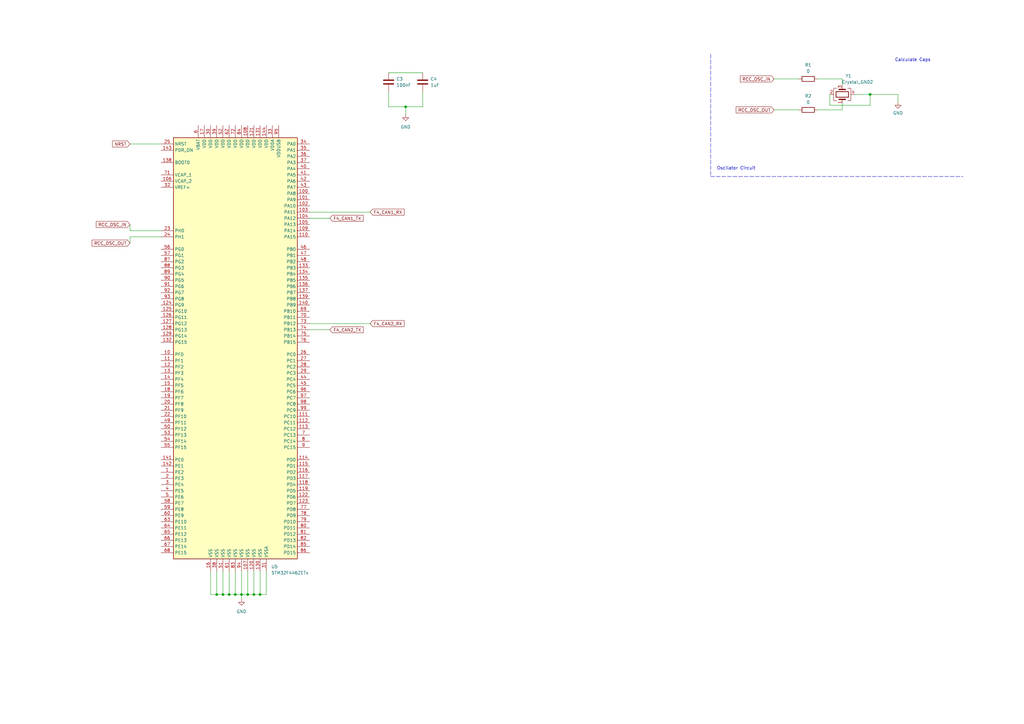
<source format=kicad_sch>
(kicad_sch (version 20211123) (generator eeschema)
  (paper "A3")
  (lib_symbols
    (symbol "Device:C" (pin_numbers hide) (pin_names (offset 0.254))
      (property "Reference" "C" (at 0.635 2.54 0))
      (property "Value" "C" (at 0.635 -2.54 0))
      (symbol "C_0_1"
        (polyline (pts (xy -2.032 -0.762) (xy 2.032 -0.762)) (stroke (width 0.508)))
        (polyline (pts (xy -2.032 0.762) (xy 2.032 0.762)) (stroke (width 0.508)))
      )
      (symbol "C_1_1"
        (pin passive line (at 0 3.81 270) (length 2.794) (name "~") (number "1"))
        (pin passive line (at 0 -3.81 90) (length 2.794) (name "~") (number "2"))
      )
    )
    (symbol "Device:Crystal_GND24" (pin_names (offset 1.016) hide)
      (property "Reference" "Y" (at 3.175 5.08 0))
      (property "Value" "Crystal_GND24" (at 3.175 3.175 0))
      (symbol "Crystal_GND24_0_1"
        (rectangle (start -1.143 2.54) (end 1.143 -2.54) (stroke (width 0.3048)))
        (polyline (pts (xy -2.54 0) (xy -2.032 0)))
        (polyline (pts (xy -2.032 -1.27) (xy -2.032 1.27)) (stroke (width 0.508)))
        (polyline (pts (xy 0 -3.81) (xy 0 -3.556)))
        (polyline (pts (xy 0 3.556) (xy 0 3.81)))
        (polyline (pts (xy 2.032 -1.27) (xy 2.032 1.27)) (stroke (width 0.508)))
        (polyline (pts (xy 2.032 0) (xy 2.54 0)))
        (polyline (pts (xy -2.54 -2.286) (xy -2.54 -3.556) (xy 2.54 -3.556) (xy 2.54 -2.286)))
        (polyline (pts (xy -2.54 2.286) (xy -2.54 3.556) (xy 2.54 3.556) (xy 2.54 2.286)))
      )
      (symbol "Crystal_GND24_1_1"
        (pin passive line (at -3.81 0 0) (length 1.27) (name "1") (number "1"))
        (pin passive line (at 0 5.08 270) (length 1.27) (name "2") (number "2"))
        (pin passive line (at 3.81 0 180) (length 1.27) (name "3") (number "3"))
        (pin passive line (at 0 -5.08 90) (length 1.27) (name "4") (number "4"))
      )
    )
    (symbol "Device:R" (pin_numbers hide) (pin_names (offset 0))
      (property "Reference" "R" (at 2.032 0 90))
      (property "Value" "R" (at 0 0 90))
      (symbol "R_0_1"
        (rectangle (start -1.016 -2.54) (end 1.016 2.54) (stroke (width 0.254)))
      )
      (symbol "R_1_1"
        (pin passive line (at 0 3.81 270) (length 1.27) (name "~") (number "1"))
        (pin passive line (at 0 -3.81 90) (length 1.27) (name "~") (number "2"))
      )
    )
    (symbol "MCU_ST_STM32F4:STM32F446ZETx"
      (property "Reference" "U" (at -25.4 87.63 0))
      (property "Value" "STM32F446ZETx" (at 20.32 87.63 0))
      (symbol "STM32F446ZETx_0_1"
        (rectangle (start -25.4 -86.36) (end 25.4 86.36) (stroke (width 0.254)) (fill (type background)))
      )
      (symbol "STM32F446ZETx_1_1"
        (pin bidirectional line (at -30.48 -50.8 0) (length 5.08) (name "PE2") (number "1"))
        (pin bidirectional line (at -30.48 -2.54 0) (length 5.08) (name "PF0") (number "10"))
        (pin bidirectional line (at 30.48 63.5 180) (length 5.08) (name "PA8") (number "100"))
        (pin bidirectional line (at 30.48 60.96 180) (length 5.08) (name "PA9") (number "101"))
        (pin bidirectional line (at 30.48 58.42 180) (length 5.08) (name "PA10") (number "102"))
        (pin bidirectional line (at 30.48 55.88 180) (length 5.08) (name "PA11") (number "103"))
        (pin bidirectional line (at 30.48 53.34 180) (length 5.08) (name "PA12") (number "104"))
        (pin bidirectional line (at 30.48 50.8 180) (length 5.08) (name "PA13") (number "105"))
        (pin power_in line (at -30.48 68.58 0) (length 5.08) (name "VCAP_2") (number "106"))
        (pin power_in line (at 5.08 -91.44 90) (length 5.08) (name "VSS") (number "107"))
        (pin power_in line (at 5.08 91.44 270) (length 5.08) (name "VDD") (number "108"))
        (pin bidirectional line (at 30.48 48.26 180) (length 5.08) (name "PA14") (number "109"))
        (pin bidirectional line (at -30.48 -5.08 0) (length 5.08) (name "PF1") (number "11"))
        (pin bidirectional line (at 30.48 45.72 180) (length 5.08) (name "PA15") (number "110"))
        (pin bidirectional line (at 30.48 -27.94 180) (length 5.08) (name "PC10") (number "111"))
        (pin bidirectional line (at 30.48 -30.48 180) (length 5.08) (name "PC11") (number "112"))
        (pin bidirectional line (at 30.48 -33.02 180) (length 5.08) (name "PC12") (number "113"))
        (pin bidirectional line (at 30.48 -45.72 180) (length 5.08) (name "PD0") (number "114"))
        (pin bidirectional line (at 30.48 -48.26 180) (length 5.08) (name "PD1") (number "115"))
        (pin bidirectional line (at 30.48 -50.8 180) (length 5.08) (name "PD2") (number "116"))
        (pin bidirectional line (at 30.48 -53.34 180) (length 5.08) (name "PD3") (number "117"))
        (pin bidirectional line (at 30.48 -55.88 180) (length 5.08) (name "PD4") (number "118"))
        (pin bidirectional line (at 30.48 -58.42 180) (length 5.08) (name "PD5") (number "119"))
        (pin bidirectional line (at -30.48 -7.62 0) (length 5.08) (name "PF2") (number "12"))
        (pin power_in line (at 7.62 -91.44 90) (length 5.08) (name "VSS") (number "120"))
        (pin power_in line (at 7.62 91.44 270) (length 5.08) (name "VDD") (number "121"))
        (pin bidirectional line (at 30.48 -60.96 180) (length 5.08) (name "PD6") (number "122"))
        (pin bidirectional line (at 30.48 -63.5 180) (length 5.08) (name "PD7") (number "123"))
        (pin bidirectional line (at -30.48 17.78 0) (length 5.08) (name "PG9") (number "124"))
        (pin bidirectional line (at -30.48 15.24 0) (length 5.08) (name "PG10") (number "125"))
        (pin bidirectional line (at -30.48 12.7 0) (length 5.08) (name "PG11") (number "126"))
        (pin bidirectional line (at -30.48 10.16 0) (length 5.08) (name "PG12") (number "127"))
        (pin bidirectional line (at -30.48 7.62 0) (length 5.08) (name "PG13") (number "128"))
        (pin bidirectional line (at -30.48 5.08 0) (length 5.08) (name "PG14") (number "129"))
        (pin bidirectional line (at -30.48 -10.16 0) (length 5.08) (name "PF3") (number "13"))
        (pin power_in line (at 10.16 -91.44 90) (length 5.08) (name "VSS") (number "130"))
        (pin power_in line (at 10.16 91.44 270) (length 5.08) (name "VDD") (number "131"))
        (pin bidirectional line (at -30.48 2.54 0) (length 5.08) (name "PG15") (number "132"))
        (pin bidirectional line (at 30.48 33.02 180) (length 5.08) (name "PB3") (number "133"))
        (pin bidirectional line (at 30.48 30.48 180) (length 5.08) (name "PB4") (number "134"))
        (pin bidirectional line (at 30.48 27.94 180) (length 5.08) (name "PB5") (number "135"))
        (pin bidirectional line (at 30.48 25.4 180) (length 5.08) (name "PB6") (number "136"))
        (pin bidirectional line (at 30.48 22.86 180) (length 5.08) (name "PB7") (number "137"))
        (pin input line (at -30.48 76.2 0) (length 5.08) (name "BOOT0") (number "138"))
        (pin bidirectional line (at 30.48 20.32 180) (length 5.08) (name "PB8") (number "139"))
        (pin bidirectional line (at -30.48 -12.7 0) (length 5.08) (name "PF4") (number "14"))
        (pin bidirectional line (at 30.48 17.78 180) (length 5.08) (name "PB9") (number "140"))
        (pin bidirectional line (at -30.48 -45.72 0) (length 5.08) (name "PE0") (number "141"))
        (pin bidirectional line (at -30.48 -48.26 0) (length 5.08) (name "PE1") (number "142"))
        (pin input line (at -30.48 81.28 0) (length 5.08) (name "PDR_ON") (number "143"))
        (pin power_in line (at 12.7 91.44 270) (length 5.08) (name "VDD") (number "144"))
        (pin bidirectional line (at -30.48 -15.24 0) (length 5.08) (name "PF5") (number "15"))
        (pin power_in line (at -10.16 -91.44 90) (length 5.08) (name "VSS") (number "16"))
        (pin power_in line (at -12.7 91.44 270) (length 5.08) (name "VDD") (number "17"))
        (pin bidirectional line (at -30.48 -17.78 0) (length 5.08) (name "PF6") (number "18"))
        (pin bidirectional line (at -30.48 -20.32 0) (length 5.08) (name "PF7") (number "19"))
        (pin bidirectional line (at -30.48 -53.34 0) (length 5.08) (name "PE3") (number "2"))
        (pin bidirectional line (at -30.48 -22.86 0) (length 5.08) (name "PF8") (number "20"))
        (pin bidirectional line (at -30.48 -25.4 0) (length 5.08) (name "PF9") (number "21"))
        (pin bidirectional line (at -30.48 -27.94 0) (length 5.08) (name "PF10") (number "22"))
        (pin input line (at -30.48 48.26 0) (length 5.08) (name "PH0") (number "23"))
        (pin input line (at -30.48 45.72 0) (length 5.08) (name "PH1") (number "24"))
        (pin input line (at -30.48 83.82 0) (length 5.08) (name "NRST") (number "25"))
        (pin bidirectional line (at 30.48 -2.54 180) (length 5.08) (name "PC0") (number "26"))
        (pin bidirectional line (at 30.48 -5.08 180) (length 5.08) (name "PC1") (number "27"))
        (pin bidirectional line (at 30.48 -7.62 180) (length 5.08) (name "PC2") (number "28"))
        (pin bidirectional line (at 30.48 -10.16 180) (length 5.08) (name "PC3") (number "29"))
        (pin bidirectional line (at -30.48 -55.88 0) (length 5.08) (name "PE4") (number "3"))
        (pin power_in line (at -10.16 91.44 270) (length 5.08) (name "VDD") (number "30"))
        (pin power_in line (at 12.7 -91.44 90) (length 5.08) (name "VSSA") (number "31"))
        (pin power_in line (at -30.48 66.04 0) (length 5.08) (name "VREF+") (number "32"))
        (pin power_in line (at 15.24 91.44 270) (length 5.08) (name "VDDA") (number "33"))
        (pin bidirectional line (at 30.48 83.82 180) (length 5.08) (name "PA0") (number "34"))
        (pin bidirectional line (at 30.48 81.28 180) (length 5.08) (name "PA1") (number "35"))
        (pin bidirectional line (at 30.48 78.74 180) (length 5.08) (name "PA2") (number "36"))
        (pin bidirectional line (at 30.48 76.2 180) (length 5.08) (name "PA3") (number "37"))
        (pin power_in line (at -7.62 -91.44 90) (length 5.08) (name "VSS") (number "38"))
        (pin power_in line (at -7.62 91.44 270) (length 5.08) (name "VDD") (number "39"))
        (pin bidirectional line (at -30.48 -58.42 0) (length 5.08) (name "PE5") (number "4"))
        (pin bidirectional line (at 30.48 73.66 180) (length 5.08) (name "PA4") (number "40"))
        (pin bidirectional line (at 30.48 71.12 180) (length 5.08) (name "PA5") (number "41"))
        (pin bidirectional line (at 30.48 68.58 180) (length 5.08) (name "PA6") (number "42"))
        (pin bidirectional line (at 30.48 66.04 180) (length 5.08) (name "PA7") (number "43"))
        (pin bidirectional line (at 30.48 -12.7 180) (length 5.08) (name "PC4") (number "44"))
        (pin bidirectional line (at 30.48 -15.24 180) (length 5.08) (name "PC5") (number "45"))
        (pin bidirectional line (at 30.48 40.64 180) (length 5.08) (name "PB0") (number "46"))
        (pin bidirectional line (at 30.48 38.1 180) (length 5.08) (name "PB1") (number "47"))
        (pin bidirectional line (at 30.48 35.56 180) (length 5.08) (name "PB2") (number "48"))
        (pin bidirectional line (at -30.48 -30.48 0) (length 5.08) (name "PF11") (number "49"))
        (pin bidirectional line (at -30.48 -60.96 0) (length 5.08) (name "PE6") (number "5"))
        (pin bidirectional line (at -30.48 -33.02 0) (length 5.08) (name "PF12") (number "50"))
        (pin power_in line (at -5.08 -91.44 90) (length 5.08) (name "VSS") (number "51"))
        (pin power_in line (at -5.08 91.44 270) (length 5.08) (name "VDD") (number "52"))
        (pin bidirectional line (at -30.48 -35.56 0) (length 5.08) (name "PF13") (number "53"))
        (pin bidirectional line (at -30.48 -38.1 0) (length 5.08) (name "PF14") (number "54"))
        (pin bidirectional line (at -30.48 -40.64 0) (length 5.08) (name "PF15") (number "55"))
        (pin bidirectional line (at -30.48 40.64 0) (length 5.08) (name "PG0") (number "56"))
        (pin bidirectional line (at -30.48 38.1 0) (length 5.08) (name "PG1") (number "57"))
        (pin bidirectional line (at -30.48 -63.5 0) (length 5.08) (name "PE7") (number "58"))
        (pin bidirectional line (at -30.48 -66.04 0) (length 5.08) (name "PE8") (number "59"))
        (pin power_in line (at -15.24 91.44 270) (length 5.08) (name "VBAT") (number "6"))
        (pin bidirectional line (at -30.48 -68.58 0) (length 5.08) (name "PE9") (number "60"))
        (pin power_in line (at -2.54 -91.44 90) (length 5.08) (name "VSS") (number "61"))
        (pin power_in line (at -2.54 91.44 270) (length 5.08) (name "VDD") (number "62"))
        (pin bidirectional line (at -30.48 -71.12 0) (length 5.08) (name "PE10") (number "63"))
        (pin bidirectional line (at -30.48 -73.66 0) (length 5.08) (name "PE11") (number "64"))
        (pin bidirectional line (at -30.48 -76.2 0) (length 5.08) (name "PE12") (number "65"))
        (pin bidirectional line (at -30.48 -78.74 0) (length 5.08) (name "PE13") (number "66"))
        (pin bidirectional line (at -30.48 -81.28 0) (length 5.08) (name "PE14") (number "67"))
        (pin bidirectional line (at -30.48 -83.82 0) (length 5.08) (name "PE15") (number "68"))
        (pin bidirectional line (at 30.48 15.24 180) (length 5.08) (name "PB10") (number "69"))
        (pin bidirectional line (at 30.48 -35.56 180) (length 5.08) (name "PC13") (number "7"))
        (pin bidirectional line (at 30.48 12.7 180) (length 5.08) (name "PB11") (number "70"))
        (pin power_in line (at -30.48 71.12 0) (length 5.08) (name "VCAP_1") (number "71"))
        (pin power_in line (at 0 91.44 270) (length 5.08) (name "VDD") (number "72"))
        (pin bidirectional line (at 30.48 10.16 180) (length 5.08) (name "PB12") (number "73"))
        (pin bidirectional line (at 30.48 7.62 180) (length 5.08) (name "PB13") (number "74"))
        (pin bidirectional line (at 30.48 5.08 180) (length 5.08) (name "PB14") (number "75"))
        (pin bidirectional line (at 30.48 2.54 180) (length 5.08) (name "PB15") (number "76"))
        (pin bidirectional line (at 30.48 -66.04 180) (length 5.08) (name "PD8") (number "77"))
        (pin bidirectional line (at 30.48 -68.58 180) (length 5.08) (name "PD9") (number "78"))
        (pin bidirectional line (at 30.48 -71.12 180) (length 5.08) (name "PD10") (number "79"))
        (pin bidirectional line (at 30.48 -38.1 180) (length 5.08) (name "PC14") (number "8"))
        (pin bidirectional line (at 30.48 -73.66 180) (length 5.08) (name "PD11") (number "80"))
        (pin bidirectional line (at 30.48 -76.2 180) (length 5.08) (name "PD12") (number "81"))
        (pin bidirectional line (at 30.48 -78.74 180) (length 5.08) (name "PD13") (number "82"))
        (pin power_in line (at 0 -91.44 90) (length 5.08) (name "VSS") (number "83"))
        (pin power_in line (at 2.54 91.44 270) (length 5.08) (name "VDD") (number "84"))
        (pin bidirectional line (at 30.48 -81.28 180) (length 5.08) (name "PD14") (number "85"))
        (pin bidirectional line (at 30.48 -83.82 180) (length 5.08) (name "PD15") (number "86"))
        (pin bidirectional line (at -30.48 35.56 0) (length 5.08) (name "PG2") (number "87"))
        (pin bidirectional line (at -30.48 33.02 0) (length 5.08) (name "PG3") (number "88"))
        (pin bidirectional line (at -30.48 30.48 0) (length 5.08) (name "PG4") (number "89"))
        (pin bidirectional line (at 30.48 -40.64 180) (length 5.08) (name "PC15") (number "9"))
        (pin bidirectional line (at -30.48 27.94 0) (length 5.08) (name "PG5") (number "90"))
        (pin bidirectional line (at -30.48 25.4 0) (length 5.08) (name "PG6") (number "91"))
        (pin bidirectional line (at -30.48 22.86 0) (length 5.08) (name "PG7") (number "92"))
        (pin bidirectional line (at -30.48 20.32 0) (length 5.08) (name "PG8") (number "93"))
        (pin power_in line (at 2.54 -91.44 90) (length 5.08) (name "VSS") (number "94"))
        (pin power_in line (at 17.78 91.44 270) (length 5.08) (name "VDDUSB") (number "95"))
        (pin bidirectional line (at 30.48 -17.78 180) (length 5.08) (name "PC6") (number "96"))
        (pin bidirectional line (at 30.48 -20.32 180) (length 5.08) (name "PC7") (number "97"))
        (pin bidirectional line (at 30.48 -22.86 180) (length 5.08) (name "PC8") (number "98"))
        (pin bidirectional line (at 30.48 -25.4 180) (length 5.08) (name "PC9") (number "99"))
      )
    )
    (symbol "power:GND" (power) (pin_names (offset 0))
      (property "Value" "GND" (at 0 -3.81 0))
      (symbol "GND_0_1"
        (polyline (pts (xy 0 0) (xy 0 -1.27) (xy 1.27 -1.27) (xy 0 -2.54) (xy -1.27 -1.27) (xy 0 -1.27)))
      )
      (symbol "GND_1_1"
        (pin power_in line (at 0 0 270) (length 0) hide (name "GND") (number "1"))
      )
    )
  )
  (junction (at 166.37 43.815))
  (junction (at 91.44 243.84))
  (junction (at 99.06 243.84))
  (junction (at 88.9 243.84))
  (junction (at 96.52 243.84))
  (junction (at 101.6 243.84))
  (junction (at 104.14 243.84))
  (junction (at 356.87 38.735))
  (junction (at 106.68 243.84))
  (junction (at 93.98 243.84))
  (wire (pts (xy 127 132.715) (xy 151.765 132.715)))
  (wire (pts (xy 106.68 243.84) (xy 104.14 243.84)))
  (wire (pts (xy 335.28 32.385) (xy 345.44 32.385)))
  (wire (pts (xy 173.355 29.845) (xy 159.385 29.845)))
  (wire (pts (xy 109.22 243.84) (xy 106.68 243.84)))
  (wire (pts (xy 159.385 43.815) (xy 166.37 43.815)))
  (wire (pts (xy 345.44 42.545) (xy 345.44 45.085)))
  (wire (pts (xy 99.06 234.315) (xy 99.06 243.84)))
  (polyline (pts (xy 291.465 72.39) (xy 394.97 72.39)))
  (wire (pts (xy 86.36 243.84) (xy 88.9 243.84)))
  (wire (pts (xy 101.6 234.315) (xy 101.6 243.84)))
  (wire (pts (xy 86.36 234.315) (xy 86.36 243.84)))
  (wire (pts (xy 104.14 234.315) (xy 104.14 243.84)))
  (wire (pts (xy 106.68 234.315) (xy 106.68 243.84)))
  (wire (pts (xy 109.22 234.315) (xy 109.22 243.84)))
  (wire (pts (xy 66.04 97.155) (xy 53.34 97.155)))
  (wire (pts (xy 356.87 43.18) (xy 356.87 38.735)))
  (wire (pts (xy 93.98 234.315) (xy 93.98 243.84)))
  (wire (pts (xy 53.34 94.615) (xy 66.04 94.615)))
  (wire (pts (xy 166.37 43.815) (xy 173.355 43.815)))
  (wire (pts (xy 350.52 38.735) (xy 356.87 38.735)))
  (wire (pts (xy 127 135.255) (xy 135.255 135.255)))
  (polyline (pts (xy 291.465 22.225) (xy 291.465 72.39)))
  (wire (pts (xy 88.9 243.84) (xy 91.44 243.84)))
  (wire (pts (xy 53.34 59.055) (xy 66.04 59.055)))
  (wire (pts (xy 166.37 43.815) (xy 166.37 46.99)))
  (wire (pts (xy 368.3 38.735) (xy 368.3 41.91)))
  (wire (pts (xy 345.44 32.385) (xy 345.44 34.925)))
  (wire (pts (xy 91.44 243.84) (xy 93.98 243.84)))
  (wire (pts (xy 356.87 38.735) (xy 368.3 38.735)))
  (wire (pts (xy 335.28 45.085) (xy 345.44 45.085)))
  (wire (pts (xy 96.52 234.315) (xy 96.52 243.84)))
  (wire (pts (xy 53.34 92.075) (xy 53.34 94.615)))
  (wire (pts (xy 340.36 38.735) (xy 340.36 43.18)))
  (wire (pts (xy 340.36 43.18) (xy 356.87 43.18)))
  (wire (pts (xy 91.44 234.315) (xy 91.44 243.84)))
  (wire (pts (xy 96.52 243.84) (xy 99.06 243.84)))
  (wire (pts (xy 317.5 32.385) (xy 327.66 32.385)))
  (wire (pts (xy 101.6 243.84) (xy 99.06 243.84)))
  (wire (pts (xy 317.5 45.085) (xy 327.66 45.085)))
  (wire (pts (xy 104.14 243.84) (xy 101.6 243.84)))
  (wire (pts (xy 173.355 37.465) (xy 173.355 43.815)))
  (wire (pts (xy 127 89.535) (xy 135.255 89.535)))
  (wire (pts (xy 159.385 37.465) (xy 159.385 43.815)))
  (wire (pts (xy 127 86.995) (xy 151.765 86.995)))
  (wire (pts (xy 99.06 245.745) (xy 99.06 243.84)))
  (wire (pts (xy 93.98 243.84) (xy 96.52 243.84)))
  (wire (pts (xy 88.9 234.315) (xy 88.9 243.84)))
  (wire (pts (xy 53.34 97.155) (xy 53.34 99.695)))
  (text "Calculate Caps" (at 367.03 25.4 0) (effects (font (size 1.27 1.27)) (justify left bottom)))
  (text "Oscilator Circuit" (at 294.005 69.85 0) (effects (font (size 1.27 1.27)) (justify left bottom)))
  (global_label "RCC_OSC_IN" (shape input) (at 53.34 92.075 180) (property "Intersheet References" "${INTERSHEET_REFS}" (effects hide)))
  (global_label "RCC_OSC_OUT" (shape input) (at 53.34 99.695 180) (property "Intersheet References" "${INTERSHEET_REFS}" (effects hide)))
  (global_label "NRST" (shape input) (at 53.34 59.055 180) (property "Intersheet References" "${INTERSHEET_REFS}" (effects hide)))
  (global_label "F4_CAN2_TX" (shape input) (at 135.255 135.255 0) (property "Intersheet References" "${INTERSHEET_REFS}" (effects hide)))
  (global_label "RCC_OSC_IN" (shape input) (at 317.5 32.385 180) (property "Intersheet References" "${INTERSHEET_REFS}" (effects hide)))
  (global_label "F4_CAN1_TX" (shape input) (at 135.255 89.535 0) (property "Intersheet References" "${INTERSHEET_REFS}" (effects hide)))
  (global_label "RCC_OSC_OUT" (shape input) (at 317.5 45.085 180) (property "Intersheet References" "${INTERSHEET_REFS}" (effects hide)))
  (global_label "F4_CAN1_RX" (shape input) (at 151.765 86.995 0) (property "Intersheet References" "${INTERSHEET_REFS}" (effects hide)))
  (global_label "F4_CAN2_RX" (shape input) (at 151.765 132.715 0) (property "Intersheet References" "${INTERSHEET_REFS}" (effects hide)))
  (symbol (lib_id "MCU_ST_STM32F4:STM32F446ZETx") (at 96.52 142.875 0) (unit 1)
    (property "Reference" "U5" (at 111.2394 232.41 0) (effects (justify left)))
    (property "Value" "STM32F446ZETx" (at 111.2394 234.95 0) (effects (justify left)))
    (property "Footprint" "Package_QFP:LQFP-144_20x20mm_P0.5mm" (effects hide))
    (property "Datasheet" "http://www.st.com/st-web-ui/static/active/en/resource/technical/document/datasheet/DM00141306.pdf" (effects hide))
  )
  (symbol (lib_id "power:GND") (at 99.06 245.745 0) (unit 1)
    (property "Reference" "#PWR022" (effects hide))
    (property "Value" "GND" (at 99.06 250.825 0))
  )
  (symbol (lib_id "Device:R") (at 331.47 45.085 90) (unit 1)
    (property "Reference" "R2" (at 331.47 39.37 90))
    (property "Value" "0" (at 331.47 41.91 90))
  )
  (symbol (lib_id "power:GND") (at 368.3 41.91 0) (unit 1)
    (property "Reference" "#PWR024" (effects hide))
    (property "Value" "GND" (at 368.3 46.355 0))
  )
  (symbol (lib_id "power:GND") (at 166.37 46.99 0) (unit 1)
    (property "Reference" "#PWR023" (effects hide))
    (property "Value" "GND" (at 166.37 52.07 0))
  )
  (symbol (lib_id "Device:Crystal_GND24") (at 345.44 38.735 90) (unit 1)
    (property "Reference" "Y1" (at 349.25 31.115 90) (effects (justify left)))
    (property "Value" "Crystal_GND2" (at 358.14 33.655 90) (effects (justify left)))
    (property "Footprint" "Crystal:Crystal_SMD_7050-4Pin_7.0x5.0mm" (effects hide))
  )
  (symbol (lib_id "Device:C") (at 173.355 33.655 0) (unit 1)
    (property "Reference" "C4" (at 176.53 32.3849 0) (effects (justify left)))
    (property "Value" "1uF" (at 176.53 34.9249 0) (effects (justify left)))
  )
  (symbol (lib_id "Device:R") (at 331.47 32.385 90) (unit 1)
    (property "Reference" "R1" (at 331.47 26.67 90))
    (property "Value" "0" (at 331.47 29.21 90))
  )
  (symbol (lib_id "Device:C") (at 159.385 33.655 0) (unit 1)
    (property "Reference" "C3" (at 162.56 32.3849 0) (effects (justify left)))
    (property "Value" "100nF" (at 162.56 34.9249 0) (effects (justify left)))
  )
)
</source>
